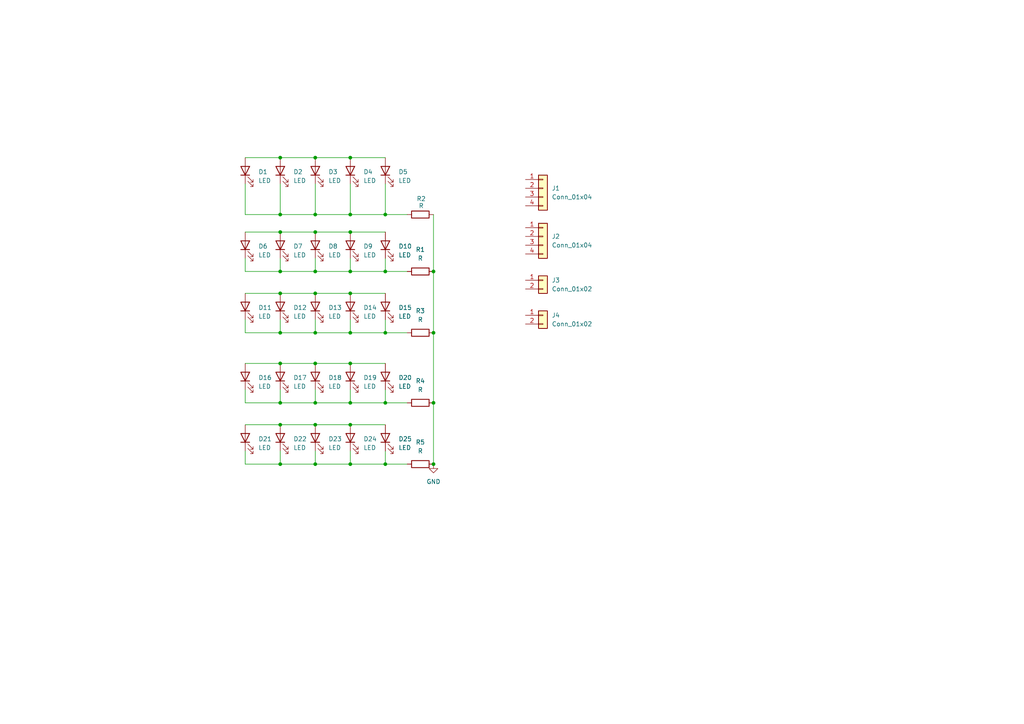
<source format=kicad_sch>
(kicad_sch (version 20231120) (generator "eeschema") (generator_version "8.0")
  (paper "A4")
  (lib_symbols
    (symbol "Connector_Generic:Conn_01x02" (pin_names (offset 1.016) hide)
      (property "Reference" "J" (at 0 2.54 0))
      (property "Value" "Conn_01x02" (at 0 -5.08 0))
      (symbol "Conn_01x02_1_1"
        (rectangle (start -1.27 -2.413) (end 0 -2.667) (stroke (width 0.1524)))
        (rectangle (start -1.27 0.127) (end 0 -0.127) (stroke (width 0.1524)))
        (rectangle (start -1.27 1.27) (end 1.27 -3.81) (stroke (width 0.254)) (fill (type background)))
        (pin passive line (at -5.08 0 0) (length 3.81) (name "Pin_1") (number "1"))
        (pin passive line (at -5.08 -2.54 0) (length 3.81) (name "Pin_2") (number "2"))
      )
    )
    (symbol "Connector_Generic:Conn_01x04" (pin_names (offset 1.016) hide)
      (property "Reference" "J" (at 0 5.08 0))
      (property "Value" "Conn_01x04" (at 0 -7.62 0))
      (symbol "Conn_01x04_1_1"
        (rectangle (start -1.27 -4.953) (end 0 -5.207) (stroke (width 0.1524)))
        (rectangle (start -1.27 -2.413) (end 0 -2.667) (stroke (width 0.1524)))
        (rectangle (start -1.27 0.127) (end 0 -0.127) (stroke (width 0.1524)))
        (rectangle (start -1.27 2.667) (end 0 2.413) (stroke (width 0.1524)))
        (rectangle (start -1.27 3.81) (end 1.27 -6.35) (stroke (width 0.254)) (fill (type background)))
        (pin passive line (at -5.08 2.54 0) (length 3.81) (name "Pin_1") (number "1"))
        (pin passive line (at -5.08 0 0) (length 3.81) (name "Pin_2") (number "2"))
        (pin passive line (at -5.08 -2.54 0) (length 3.81) (name "Pin_3") (number "3"))
        (pin passive line (at -5.08 -5.08 0) (length 3.81) (name "Pin_4") (number "4"))
      )
    )
    (symbol "Device:LED" (pin_numbers hide) (pin_names (offset 1.016) hide)
      (property "Reference" "D" (at 0 2.54 0))
      (property "Value" "LED" (at 0 -2.54 0))
      (symbol "LED_0_1"
        (polyline (pts (xy -1.27 -1.27) (xy -1.27 1.27)) (stroke (width 0.254)))
        (polyline (pts (xy -1.27 0) (xy 1.27 0)))
        (polyline (pts (xy 1.27 -1.27) (xy 1.27 1.27) (xy -1.27 0) (xy 1.27 -1.27)) (stroke (width 0.254)))
        (polyline (pts (xy -3.048 -0.762) (xy -4.572 -2.286) (xy -3.81 -2.286) (xy -4.572 -2.286) (xy -4.572 -1.524)))
        (polyline (pts (xy -1.778 -0.762) (xy -3.302 -2.286) (xy -2.54 -2.286) (xy -3.302 -2.286) (xy -3.302 -1.524)))
      )
      (symbol "LED_1_1"
        (pin passive line (at -3.81 0 0) (length 2.54) (name "K") (number "1"))
        (pin passive line (at 3.81 0 180) (length 2.54) (name "A") (number "2"))
      )
    )
    (symbol "Device:R" (pin_numbers hide) (pin_names (offset 0))
      (property "Reference" "R" (at 2.032 0 90))
      (property "Value" "R" (at 0 0 90))
      (symbol "R_0_1"
        (rectangle (start -1.016 -2.54) (end 1.016 2.54) (stroke (width 0.254)))
      )
      (symbol "R_1_1"
        (pin passive line (at 0 3.81 270) (length 1.27) (name "~") (number "1"))
        (pin passive line (at 0 -3.81 90) (length 1.27) (name "~") (number "2"))
      )
    )
    (symbol "power:GND" (power) (pin_numbers hide) (pin_names (offset 0) hide)
      (property "Value" "GND" (at 0 -3.81 0))
      (symbol "GND_0_1"
        (polyline (pts (xy 0 0) (xy 0 -1.27) (xy 1.27 -1.27) (xy 0 -2.54) (xy -1.27 -1.27) (xy 0 -1.27)))
      )
      (symbol "GND_1_1"
        (pin power_in line (at 0 0 270) (length 0) (name "~") (number "1"))
      )
    )
  )
  (junction (at 101.6 134.62))
  (junction (at 101.6 116.84))
  (junction (at 91.44 116.84))
  (junction (at 101.6 96.52))
  (junction (at 125.73 116.84))
  (junction (at 111.76 96.52))
  (junction (at 111.76 78.74))
  (junction (at 81.28 134.62))
  (junction (at 111.76 62.23))
  (junction (at 91.44 78.74))
  (junction (at 91.44 105.41))
  (junction (at 81.28 85.09))
  (junction (at 91.44 62.23))
  (junction (at 101.6 85.09))
  (junction (at 125.73 134.62))
  (junction (at 81.28 62.23))
  (junction (at 101.6 105.41))
  (junction (at 101.6 123.19))
  (junction (at 81.28 123.19))
  (junction (at 101.6 67.31))
  (junction (at 101.6 62.23))
  (junction (at 111.76 116.84))
  (junction (at 101.6 78.74))
  (junction (at 101.6 45.72))
  (junction (at 81.28 96.52))
  (junction (at 125.73 78.74))
  (junction (at 91.44 85.09))
  (junction (at 111.76 134.62))
  (junction (at 81.28 105.41))
  (junction (at 91.44 45.72))
  (junction (at 91.44 123.19))
  (junction (at 81.28 78.74))
  (junction (at 125.73 96.52))
  (junction (at 91.44 67.31))
  (junction (at 81.28 116.84))
  (junction (at 81.28 45.72))
  (junction (at 81.28 67.31))
  (junction (at 91.44 96.52))
  (junction (at 91.44 134.62))
  (wire (pts (xy 101.6 134.62) (xy 111.76 134.62)))
  (wire (pts (xy 101.6 67.31) (xy 111.76 67.31)))
  (wire (pts (xy 91.44 74.93) (xy 91.44 78.74)))
  (wire (pts (xy 81.28 134.62) (xy 91.44 134.62)))
  (wire (pts (xy 101.6 53.34) (xy 101.6 62.23)))
  (wire (pts (xy 125.73 62.23) (xy 125.73 78.74)))
  (wire (pts (xy 101.6 130.81) (xy 101.6 134.62)))
  (wire (pts (xy 81.28 105.41) (xy 91.44 105.41)))
  (wire (pts (xy 71.12 62.23) (xy 81.28 62.23)))
  (wire (pts (xy 71.12 130.81) (xy 71.12 134.62)))
  (wire (pts (xy 111.76 130.81) (xy 111.76 134.62)))
  (wire (pts (xy 101.6 74.93) (xy 101.6 78.74)))
  (wire (pts (xy 71.12 113.03) (xy 71.12 116.84)))
  (wire (pts (xy 81.28 45.72) (xy 91.44 45.72)))
  (wire (pts (xy 91.44 96.52) (xy 101.6 96.52)))
  (wire (pts (xy 81.28 113.03) (xy 81.28 116.84)))
  (wire (pts (xy 71.12 78.74) (xy 81.28 78.74)))
  (wire (pts (xy 81.28 53.34) (xy 81.28 62.23)))
  (wire (pts (xy 81.28 67.31) (xy 91.44 67.31)))
  (wire (pts (xy 71.12 74.93) (xy 71.12 78.74)))
  (wire (pts (xy 111.76 78.74) (xy 118.11 78.74)))
  (wire (pts (xy 91.44 53.34) (xy 91.44 62.23)))
  (wire (pts (xy 111.76 74.93) (xy 111.76 78.74)))
  (wire (pts (xy 71.12 67.31) (xy 81.28 67.31)))
  (wire (pts (xy 81.28 92.71) (xy 81.28 96.52)))
  (wire (pts (xy 101.6 78.74) (xy 111.76 78.74)))
  (wire (pts (xy 71.12 134.62) (xy 81.28 134.62)))
  (wire (pts (xy 71.12 92.71) (xy 71.12 96.52)))
  (wire (pts (xy 91.44 85.09) (xy 101.6 85.09)))
  (wire (pts (xy 101.6 92.71) (xy 101.6 96.52)))
  (wire (pts (xy 111.76 96.52) (xy 118.11 96.52)))
  (wire (pts (xy 81.28 123.19) (xy 91.44 123.19)))
  (wire (pts (xy 111.76 113.03) (xy 111.76 116.84)))
  (wire (pts (xy 101.6 45.72) (xy 111.76 45.72)))
  (wire (pts (xy 101.6 85.09) (xy 111.76 85.09)))
  (wire (pts (xy 91.44 130.81) (xy 91.44 134.62)))
  (wire (pts (xy 101.6 113.03) (xy 101.6 116.84)))
  (wire (pts (xy 91.44 113.03) (xy 91.44 116.84)))
  (wire (pts (xy 91.44 105.41) (xy 101.6 105.41)))
  (wire (pts (xy 81.28 85.09) (xy 91.44 85.09)))
  (wire (pts (xy 91.44 92.71) (xy 91.44 96.52)))
  (wire (pts (xy 81.28 62.23) (xy 91.44 62.23)))
  (wire (pts (xy 81.28 78.74) (xy 91.44 78.74)))
  (wire (pts (xy 101.6 96.52) (xy 111.76 96.52)))
  (wire (pts (xy 101.6 105.41) (xy 111.76 105.41)))
  (wire (pts (xy 111.76 134.62) (xy 118.11 134.62)))
  (wire (pts (xy 71.12 45.72) (xy 81.28 45.72)))
  (wire (pts (xy 81.28 96.52) (xy 91.44 96.52)))
  (wire (pts (xy 91.44 123.19) (xy 101.6 123.19)))
  (wire (pts (xy 71.12 53.34) (xy 71.12 62.23)))
  (wire (pts (xy 81.28 116.84) (xy 91.44 116.84)))
  (wire (pts (xy 91.44 116.84) (xy 101.6 116.84)))
  (wire (pts (xy 71.12 123.19) (xy 81.28 123.19)))
  (wire (pts (xy 125.73 78.74) (xy 125.73 96.52)))
  (wire (pts (xy 111.76 62.23) (xy 118.11 62.23)))
  (wire (pts (xy 81.28 74.93) (xy 81.28 78.74)))
  (wire (pts (xy 71.12 85.09) (xy 81.28 85.09)))
  (wire (pts (xy 101.6 62.23) (xy 111.76 62.23)))
  (wire (pts (xy 111.76 53.34) (xy 111.76 62.23)))
  (wire (pts (xy 125.73 116.84) (xy 125.73 134.62)))
  (wire (pts (xy 71.12 105.41) (xy 81.28 105.41)))
  (wire (pts (xy 91.44 67.31) (xy 101.6 67.31)))
  (wire (pts (xy 111.76 116.84) (xy 118.11 116.84)))
  (wire (pts (xy 91.44 134.62) (xy 101.6 134.62)))
  (wire (pts (xy 71.12 116.84) (xy 81.28 116.84)))
  (wire (pts (xy 125.73 96.52) (xy 125.73 116.84)))
  (wire (pts (xy 91.44 78.74) (xy 101.6 78.74)))
  (wire (pts (xy 71.12 96.52) (xy 81.28 96.52)))
  (wire (pts (xy 91.44 62.23) (xy 101.6 62.23)))
  (wire (pts (xy 101.6 116.84) (xy 111.76 116.84)))
  (wire (pts (xy 101.6 45.72) (xy 91.44 45.72)))
  (wire (pts (xy 111.76 92.71) (xy 111.76 96.52)))
  (wire (pts (xy 101.6 123.19) (xy 111.76 123.19)))
  (wire (pts (xy 81.28 130.81) (xy 81.28 134.62)))
  (symbol (lib_id "Connector_Generic:Conn_01x02") (at 157.48 91.44 0) (unit 1)
    (property "Reference" "J4" (at 160.02 91.4399 0) (effects (justify left)))
    (property "Value" "Conn_01x02" (at 160.02 93.9799 0) (effects (justify left)))
    (property "Description" "Generic connector, single row, 01x02, script generated (kicad-library-utils/schlib/autogen/connector/)" (effects (hide yes)))
  )
  (symbol (lib_id "Device:LED") (at 71.12 49.53 90) (unit 1)
    (property "Reference" "D1" (at 74.93 49.8474 90) (effects (justify right)))
    (property "Value" "LED" (at 74.93 52.3874 90) (effects (justify right)))
    (property "Footprint" "LED_D3.0mm" (effects (hide yes)))
    (property "Description" "Light emitting diode" (effects (hide yes)))
  )
  (symbol (lib_id "Connector_Generic:Conn_01x04") (at 157.48 54.61 0) (unit 1)
    (property "Reference" "J1" (at 160.02 54.6099 0) (effects (justify left)))
    (property "Value" "Conn_01x04" (at 160.02 57.1499 0) (effects (justify left)))
    (property "Description" "Generic connector, single row, 01x04, script generated (kicad-library-utils/schlib/autogen/connector/)" (effects (hide yes)))
  )
  (symbol (lib_id "Device:LED") (at 91.44 109.22 90) (unit 1)
    (property "Reference" "D18" (at 95.25 109.5374 90) (effects (justify right)))
    (property "Value" "LED" (at 95.25 112.0774 90) (effects (justify right)))
    (property "Footprint" "LED_D3.0mm" (effects (hide yes)))
    (property "Description" "Light emitting diode" (effects (hide yes)))
  )
  (symbol (lib_id "Connector_Generic:Conn_01x02") (at 157.48 81.28 0) (unit 1)
    (property "Reference" "J3" (at 160.02 81.2799 0) (effects (justify left)))
    (property "Value" "Conn_01x02" (at 160.02 83.8199 0) (effects (justify left)))
    (property "Description" "Generic connector, single row, 01x02, script generated (kicad-library-utils/schlib/autogen/connector/)" (effects (hide yes)))
  )
  (symbol (lib_id "Device:LED") (at 101.6 49.53 90) (unit 1)
    (property "Reference" "D4" (at 105.41 49.8474 90) (effects (justify right)))
    (property "Value" "LED" (at 105.41 52.3874 90) (effects (justify right)))
    (property "Footprint" "LED_D3.0mm" (effects (hide yes)))
    (property "Description" "Light emitting diode" (effects (hide yes)))
  )
  (symbol (lib_id "Device:LED") (at 71.12 127 90) (unit 1)
    (property "Reference" "D21" (at 74.93 127.3174 90) (effects (justify right)))
    (property "Value" "LED" (at 74.93 129.8574 90) (effects (justify right)))
    (property "Footprint" "LED_D3.0mm" (effects (hide yes)))
    (property "Description" "Light emitting diode" (effects (hide yes)))
  )
  (symbol (lib_id "Device:LED") (at 91.44 127 90) (unit 1)
    (property "Reference" "D23" (at 95.25 127.3174 90) (effects (justify right)))
    (property "Value" "LED" (at 95.25 129.8574 90) (effects (justify right)))
    (property "Footprint" "LED_D3.0mm" (effects (hide yes)))
    (property "Description" "Light emitting diode" (effects (hide yes)))
  )
  (symbol (lib_id "Connector_Generic:Conn_01x04") (at 157.48 68.58 0) (unit 1)
    (property "Reference" "J2" (at 160.02 68.5799 0) (effects (justify left)))
    (property "Value" "Conn_01x04" (at 160.02 71.1199 0) (effects (justify left)))
    (property "Description" "Generic connector, single row, 01x04, script generated (kicad-library-utils/schlib/autogen/connector/)" (effects (hide yes)))
  )
  (symbol (lib_id "Device:LED") (at 111.76 49.53 90) (unit 1)
    (property "Reference" "D5" (at 115.57 49.8474 90) (effects (justify right)))
    (property "Value" "LED" (at 115.57 52.3874 90) (effects (justify right)))
    (property "Footprint" "LED_D3.0mm" (effects (hide yes)))
    (property "Description" "Light emitting diode" (effects (hide yes)))
  )
  (symbol (lib_id "Device:LED") (at 91.44 49.53 90) (unit 1)
    (property "Reference" "D3" (at 95.25 49.8474 90) (effects (justify right)))
    (property "Value" "LED" (at 95.25 52.3874 90) (effects (justify right)))
    (property "Footprint" "LED_D3.0mm" (effects (hide yes)))
    (property "Description" "Light emitting diode" (effects (hide yes)))
  )
  (symbol (lib_id "Device:LED") (at 81.28 109.22 90) (unit 1)
    (property "Reference" "D17" (at 85.09 109.5374 90) (effects (justify right)))
    (property "Value" "LED" (at 85.09 112.0774 90) (effects (justify right)))
    (property "Footprint" "LED_D3.0mm" (effects (hide yes)))
    (property "Description" "Light emitting diode" (effects (hide yes)))
  )
  (symbol (lib_id "Device:LED") (at 101.6 127 90) (unit 1)
    (property "Reference" "D24" (at 105.41 127.3174 90) (effects (justify right)))
    (property "Value" "LED" (at 105.41 129.8574 90) (effects (justify right)))
    (property "Footprint" "LED_D3.0mm" (effects (hide yes)))
    (property "Description" "Light emitting diode" (effects (hide yes)))
  )
  (symbol (lib_id "Device:LED") (at 101.6 71.12 90) (unit 1)
    (property "Reference" "D9" (at 105.41 71.4374 90) (effects (justify right)))
    (property "Value" "LED" (at 105.41 73.9774 90) (effects (justify right)))
    (property "Footprint" "LED_D3.0mm" (effects (hide yes)))
    (property "Description" "Light emitting diode" (effects (hide yes)))
  )
  (symbol (lib_id "Device:LED") (at 71.12 88.9 90) (unit 1)
    (property "Reference" "D11" (at 74.93 89.2174 90) (effects (justify right)))
    (property "Value" "LED" (at 74.93 91.7574 90) (effects (justify right)))
    (property "Footprint" "LED_D3.0mm" (effects (hide yes)))
    (property "Description" "Light emitting diode" (effects (hide yes)))
  )
  (symbol (lib_id "Device:R") (at 121.92 134.62 90) (unit 1)
    (property "Reference" "R5" (at 121.92 128.27 90))
    (property "Value" "R" (at 121.92 130.81 90))
    (property "Description" "Resistor" (effects (hide yes)))
  )
  (symbol (lib_id "Device:R") (at 121.92 62.23 270) (unit 1)
    (property "Reference" "R2" (at 122.174 57.658 90))
    (property "Value" "R" (at 122.174 59.69 90))
    (property "Description" "Resistor" (effects (hide yes)))
  )
  (symbol (lib_id "Device:LED") (at 81.28 88.9 90) (unit 1)
    (property "Reference" "D12" (at 85.09 89.2174 90) (effects (justify right)))
    (property "Value" "LED" (at 85.09 91.7574 90) (effects (justify right)))
    (property "Footprint" "LED_D3.0mm" (effects (hide yes)))
    (property "Description" "Light emitting diode" (effects (hide yes)))
  )
  (symbol (lib_id "Device:R") (at 121.92 96.52 270) (unit 1)
    (property "Reference" "R3" (at 121.92 90.17 90))
    (property "Value" "R" (at 121.92 92.71 90))
    (property "Description" "Resistor" (effects (hide yes)))
  )
  (symbol (lib_id "Device:LED") (at 101.6 109.22 90) (unit 1)
    (property "Reference" "D19" (at 105.41 109.5374 90) (effects (justify right)))
    (property "Value" "LED" (at 105.41 112.0774 90) (effects (justify right)))
    (property "Footprint" "LED_D3.0mm" (effects (hide yes)))
    (property "Description" "Light emitting diode" (effects (hide yes)))
  )
  (symbol (lib_id "Device:LED") (at 111.76 109.22 90) (unit 1)
    (property "Reference" "D20" (at 115.57 109.5374 90) (effects (justify right)))
    (property "Value" "LED" (at 115.57 112.0774 90) (effects (justify right)))
    (property "Footprint" "LED_D3.0mm" (effects (hide yes)))
    (property "Description" "Light emitting diode" (effects (hide yes)))
  )
  (symbol (lib_id "Device:LED") (at 81.28 49.53 90) (unit 1)
    (property "Reference" "D2" (at 85.09 49.8474 90) (effects (justify right)))
    (property "Value" "LED" (at 85.09 52.3874 90) (effects (justify right)))
    (property "Footprint" "LED_D3.0mm" (effects (hide yes)))
    (property "Description" "Light emitting diode" (effects (hide yes)))
  )
  (symbol (lib_id "Device:LED") (at 71.12 109.22 90) (unit 1)
    (property "Reference" "D16" (at 74.93 109.5374 90) (effects (justify right)))
    (property "Value" "LED" (at 74.93 112.0774 90) (effects (justify right)))
    (property "Footprint" "LED_D3.0mm" (effects (hide yes)))
    (property "Description" "Light emitting diode" (effects (hide yes)))
  )
  (symbol (lib_id "Device:LED") (at 81.28 71.12 90) (unit 1)
    (property "Reference" "D7" (at 85.09 71.4374 90) (effects (justify right)))
    (property "Value" "LED" (at 85.09 73.9774 90) (effects (justify right)))
    (property "Footprint" "LED_D3.0mm" (effects (hide yes)))
    (property "Description" "Light emitting diode" (effects (hide yes)))
  )
  (symbol (lib_id "Device:LED") (at 91.44 71.12 90) (unit 1)
    (property "Reference" "D8" (at 95.25 71.4374 90) (effects (justify right)))
    (property "Value" "LED" (at 95.25 73.9774 90) (effects (justify right)))
    (property "Footprint" "LED_D3.0mm" (effects (hide yes)))
    (property "Description" "Light emitting diode" (effects (hide yes)))
  )
  (symbol (lib_id "Device:LED") (at 101.6 88.9 90) (unit 1)
    (property "Reference" "D14" (at 105.41 89.2174 90) (effects (justify right)))
    (property "Value" "LED" (at 105.41 91.7574 90) (effects (justify right)))
    (property "Footprint" "LED_D3.0mm" (effects (hide yes)))
    (property "Description" "Light emitting diode" (effects (hide yes)))
  )
  (symbol (lib_id "power:GND") (at 125.73 134.62 0) (unit 1)
    (property "Reference" "#PWR01" (effects (hide yes)))
    (property "Value" "GND" (at 125.73 139.7 0))
    (property "Description" "Power symbol creates a global label with name \"GND\" , ground" (effects (hide yes)))
  )
  (symbol (lib_id "Device:R") (at 121.92 116.84 270) (unit 1)
    (property "Reference" "R4" (at 121.92 110.49 90))
    (property "Value" "R" (at 121.92 113.03 90))
    (property "Description" "Resistor" (effects (hide yes)))
  )
  (symbol (lib_id "Device:LED") (at 71.12 71.12 90) (unit 1)
    (property "Reference" "D6" (at 74.93 71.4374 90) (effects (justify right)))
    (property "Value" "LED" (at 74.93 73.9774 90) (effects (justify right)))
    (property "Footprint" "LED_D3.0mm" (effects (hide yes)))
    (property "Description" "Light emitting diode" (effects (hide yes)))
  )
  (symbol (lib_id "Device:R") (at 121.92 78.74 270) (unit 1)
    (property "Reference" "R1" (at 121.92 72.39 90))
    (property "Value" "R" (at 121.92 74.93 90))
    (property "Description" "Resistor" (effects (hide yes)))
  )
  (symbol (lib_id "Device:LED") (at 91.44 88.9 90) (unit 1)
    (property "Reference" "D13" (at 95.25 89.2174 90) (effects (justify right)))
    (property "Value" "LED" (at 95.25 91.7574 90) (effects (justify right)))
    (property "Footprint" "LED_D3.0mm" (effects (hide yes)))
    (property "Description" "Light emitting diode" (effects (hide yes)))
  )
  (symbol (lib_id "Device:LED") (at 111.76 88.9 90) (unit 1)
    (property "Reference" "D15" (at 115.57 89.2174 90) (effects (justify right)))
    (property "Value" "LED" (at 115.57 91.7574 90) (effects (justify right)))
    (property "Footprint" "LED_D3.0mm" (effects (hide yes)))
    (property "Description" "Light emitting diode" (effects (hide yes)))
  )
  (symbol (lib_id "Device:LED") (at 111.76 127 90) (unit 1)
    (property "Reference" "D25" (at 115.57 127.3174 90) (effects (justify right)))
    (property "Value" "LED" (at 115.57 129.8574 90) (effects (justify right)))
    (property "Footprint" "LED_D3.0mm" (effects (hide yes)))
    (property "Description" "Light emitting diode" (effects (hide yes)))
  )
  (symbol (lib_id "Device:LED") (at 111.76 71.12 90) (unit 1)
    (property "Reference" "D10" (at 115.57 71.4374 90) (effects (justify right)))
    (property "Value" "LED" (at 115.57 73.9774 90) (effects (justify right)))
    (property "Footprint" "LED_D3.0mm" (effects (hide yes)))
    (property "Description" "Light emitting diode" (effects (hide yes)))
  )
  (symbol (lib_id "Device:LED") (at 81.28 127 90) (unit 1)
    (property "Reference" "D22" (at 85.09 127.3174 90) (effects (justify right)))
    (property "Value" "LED" (at 85.09 129.8574 90) (effects (justify right)))
    (property "Footprint" "LED_D3.0mm" (effects (hide yes)))
    (property "Description" "Light emitting diode" (effects (hide yes)))
  )
)
</source>
